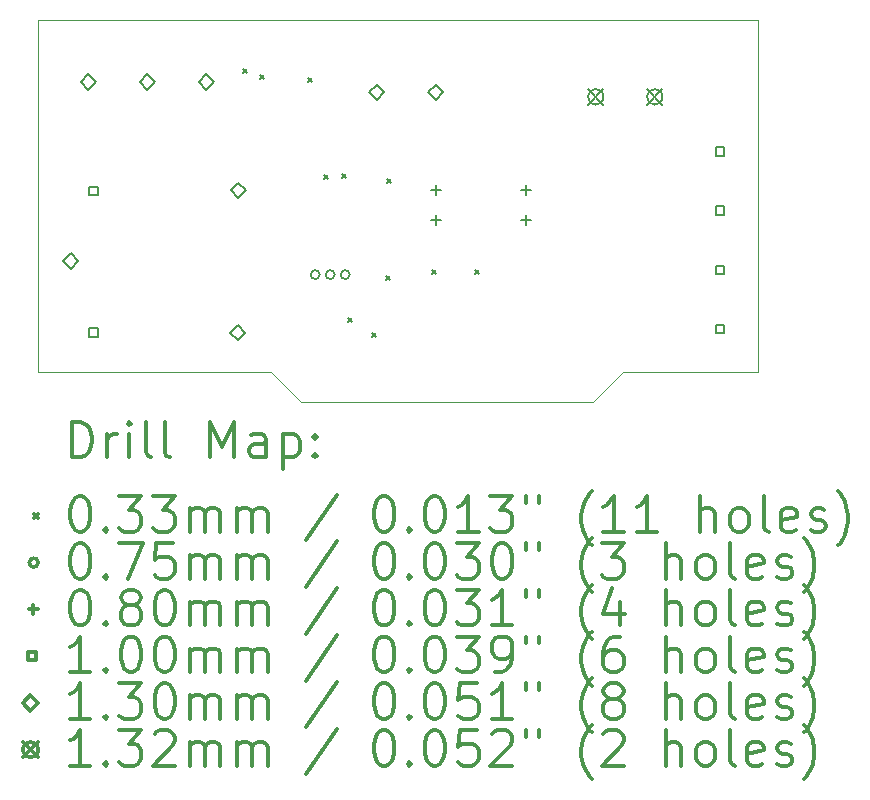
<source format=gbr>
%FSLAX45Y45*%
G04 Gerber Fmt 4.5, Leading zero omitted, Abs format (unit mm)*
G04 Created by KiCad (PCBNEW (5.1.2)-1) date 2019-07-04 14:52:44*
%MOMM*%
%LPD*%
G04 APERTURE LIST*
%ADD10C,0.050000*%
%ADD11C,0.200000*%
%ADD12C,0.300000*%
G04 APERTURE END LIST*
D10*
X15227300Y-6578600D02*
X15227300Y-9563100D01*
X9131300Y-9563100D02*
X9131300Y-6578600D01*
X11099800Y-9563100D02*
X9131300Y-9563100D01*
X11353800Y-9817100D02*
X11099800Y-9563100D01*
X13830300Y-9817100D02*
X11353800Y-9817100D01*
X14084300Y-9563100D02*
X13830300Y-9817100D01*
X15227300Y-9563100D02*
X14084300Y-9563100D01*
X9131300Y-6578600D02*
X15227300Y-6578600D01*
D11*
X10867390Y-6993890D02*
X10900410Y-7026910D01*
X10900410Y-6993890D02*
X10867390Y-7026910D01*
X11007090Y-7051040D02*
X11040110Y-7084060D01*
X11040110Y-7051040D02*
X11007090Y-7084060D01*
X11413490Y-7076440D02*
X11446510Y-7109460D01*
X11446510Y-7076440D02*
X11413490Y-7109460D01*
X11553190Y-7895590D02*
X11586210Y-7928610D01*
X11586210Y-7895590D02*
X11553190Y-7928610D01*
X11699240Y-7889240D02*
X11732260Y-7922260D01*
X11732260Y-7889240D02*
X11699240Y-7922260D01*
X11756390Y-9108440D02*
X11789410Y-9141460D01*
X11789410Y-9108440D02*
X11756390Y-9141460D01*
X11959590Y-9229091D02*
X11992610Y-9262111D01*
X11992610Y-9229091D02*
X11959590Y-9262111D01*
X12073890Y-8746490D02*
X12106910Y-8779510D01*
X12106910Y-8746490D02*
X12073890Y-8779510D01*
X12086590Y-7927340D02*
X12119610Y-7960360D01*
X12119610Y-7927340D02*
X12086590Y-7960360D01*
X12467590Y-8702040D02*
X12500610Y-8735060D01*
X12500610Y-8702040D02*
X12467590Y-8735060D01*
X12829540Y-8695690D02*
X12862560Y-8728710D01*
X12862560Y-8695690D02*
X12829540Y-8728710D01*
X11511950Y-8737600D02*
G75*
G03X11511950Y-8737600I-37500J0D01*
G01*
X11638950Y-8737600D02*
G75*
G03X11638950Y-8737600I-37500J0D01*
G01*
X11765950Y-8737600D02*
G75*
G03X11765950Y-8737600I-37500J0D01*
G01*
X12496800Y-7980050D02*
X12496800Y-8060050D01*
X12456800Y-8020050D02*
X12536800Y-8020050D01*
X12496800Y-8234050D02*
X12496800Y-8314050D01*
X12456800Y-8274050D02*
X12536800Y-8274050D01*
X13258800Y-7980050D02*
X13258800Y-8060050D01*
X13218800Y-8020050D02*
X13298800Y-8020050D01*
X13258800Y-8234050D02*
X13258800Y-8314050D01*
X13218800Y-8274050D02*
X13298800Y-8274050D01*
X14938806Y-7731556D02*
X14938806Y-7660844D01*
X14868094Y-7660844D01*
X14868094Y-7731556D01*
X14938806Y-7731556D01*
X14938806Y-8231556D02*
X14938806Y-8160844D01*
X14868094Y-8160844D01*
X14868094Y-8231556D01*
X14938806Y-8231556D01*
X14938806Y-8731556D02*
X14938806Y-8660844D01*
X14868094Y-8660844D01*
X14868094Y-8731556D01*
X14938806Y-8731556D01*
X14938806Y-9231556D02*
X14938806Y-9160844D01*
X14868094Y-9160844D01*
X14868094Y-9231556D01*
X14938806Y-9231556D01*
X9634706Y-8063656D02*
X9634706Y-7992944D01*
X9563994Y-7992944D01*
X9563994Y-8063656D01*
X9634706Y-8063656D01*
X9634706Y-9263656D02*
X9634706Y-9192944D01*
X9563994Y-9192944D01*
X9563994Y-9263656D01*
X9634706Y-9263656D01*
X11995150Y-7259550D02*
X12060150Y-7194550D01*
X11995150Y-7129550D01*
X11930150Y-7194550D01*
X11995150Y-7259550D01*
X12495150Y-7259550D02*
X12560150Y-7194550D01*
X12495150Y-7129550D01*
X12430150Y-7194550D01*
X12495150Y-7259550D01*
X9404350Y-8688300D02*
X9469350Y-8623300D01*
X9404350Y-8558300D01*
X9339350Y-8623300D01*
X9404350Y-8688300D01*
X10819350Y-9293300D02*
X10884350Y-9228300D01*
X10819350Y-9163300D01*
X10754350Y-9228300D01*
X10819350Y-9293300D01*
X10824350Y-8088300D02*
X10889350Y-8023300D01*
X10824350Y-7958300D01*
X10759350Y-8023300D01*
X10824350Y-8088300D01*
X9553700Y-7170650D02*
X9618700Y-7105650D01*
X9553700Y-7040650D01*
X9488700Y-7105650D01*
X9553700Y-7170650D01*
X10053700Y-7170650D02*
X10118700Y-7105650D01*
X10053700Y-7040650D01*
X9988700Y-7105650D01*
X10053700Y-7170650D01*
X10553700Y-7170650D02*
X10618700Y-7105650D01*
X10553700Y-7040650D01*
X10488700Y-7105650D01*
X10553700Y-7170650D01*
X13783350Y-7166650D02*
X13915350Y-7298650D01*
X13915350Y-7166650D02*
X13783350Y-7298650D01*
X13915350Y-7232650D02*
G75*
G03X13915350Y-7232650I-66000J0D01*
G01*
X14283350Y-7166650D02*
X14415350Y-7298650D01*
X14415350Y-7166650D02*
X14283350Y-7298650D01*
X14415350Y-7232650D02*
G75*
G03X14415350Y-7232650I-66000J0D01*
G01*
D12*
X9415228Y-10285314D02*
X9415228Y-9985314D01*
X9486657Y-9985314D01*
X9529514Y-9999600D01*
X9558086Y-10028172D01*
X9572371Y-10056743D01*
X9586657Y-10113886D01*
X9586657Y-10156743D01*
X9572371Y-10213886D01*
X9558086Y-10242457D01*
X9529514Y-10271029D01*
X9486657Y-10285314D01*
X9415228Y-10285314D01*
X9715228Y-10285314D02*
X9715228Y-10085314D01*
X9715228Y-10142457D02*
X9729514Y-10113886D01*
X9743800Y-10099600D01*
X9772371Y-10085314D01*
X9800943Y-10085314D01*
X9900943Y-10285314D02*
X9900943Y-10085314D01*
X9900943Y-9985314D02*
X9886657Y-9999600D01*
X9900943Y-10013886D01*
X9915228Y-9999600D01*
X9900943Y-9985314D01*
X9900943Y-10013886D01*
X10086657Y-10285314D02*
X10058086Y-10271029D01*
X10043800Y-10242457D01*
X10043800Y-9985314D01*
X10243800Y-10285314D02*
X10215228Y-10271029D01*
X10200943Y-10242457D01*
X10200943Y-9985314D01*
X10586657Y-10285314D02*
X10586657Y-9985314D01*
X10686657Y-10199600D01*
X10786657Y-9985314D01*
X10786657Y-10285314D01*
X11058086Y-10285314D02*
X11058086Y-10128172D01*
X11043800Y-10099600D01*
X11015228Y-10085314D01*
X10958086Y-10085314D01*
X10929514Y-10099600D01*
X11058086Y-10271029D02*
X11029514Y-10285314D01*
X10958086Y-10285314D01*
X10929514Y-10271029D01*
X10915228Y-10242457D01*
X10915228Y-10213886D01*
X10929514Y-10185314D01*
X10958086Y-10171029D01*
X11029514Y-10171029D01*
X11058086Y-10156743D01*
X11200943Y-10085314D02*
X11200943Y-10385314D01*
X11200943Y-10099600D02*
X11229514Y-10085314D01*
X11286657Y-10085314D01*
X11315228Y-10099600D01*
X11329514Y-10113886D01*
X11343800Y-10142457D01*
X11343800Y-10228172D01*
X11329514Y-10256743D01*
X11315228Y-10271029D01*
X11286657Y-10285314D01*
X11229514Y-10285314D01*
X11200943Y-10271029D01*
X11472371Y-10256743D02*
X11486657Y-10271029D01*
X11472371Y-10285314D01*
X11458086Y-10271029D01*
X11472371Y-10256743D01*
X11472371Y-10285314D01*
X11472371Y-10099600D02*
X11486657Y-10113886D01*
X11472371Y-10128172D01*
X11458086Y-10113886D01*
X11472371Y-10099600D01*
X11472371Y-10128172D01*
X9095780Y-10763090D02*
X9128800Y-10796110D01*
X9128800Y-10763090D02*
X9095780Y-10796110D01*
X9472371Y-10615314D02*
X9500943Y-10615314D01*
X9529514Y-10629600D01*
X9543800Y-10643886D01*
X9558086Y-10672457D01*
X9572371Y-10729600D01*
X9572371Y-10801029D01*
X9558086Y-10858172D01*
X9543800Y-10886743D01*
X9529514Y-10901029D01*
X9500943Y-10915314D01*
X9472371Y-10915314D01*
X9443800Y-10901029D01*
X9429514Y-10886743D01*
X9415228Y-10858172D01*
X9400943Y-10801029D01*
X9400943Y-10729600D01*
X9415228Y-10672457D01*
X9429514Y-10643886D01*
X9443800Y-10629600D01*
X9472371Y-10615314D01*
X9700943Y-10886743D02*
X9715228Y-10901029D01*
X9700943Y-10915314D01*
X9686657Y-10901029D01*
X9700943Y-10886743D01*
X9700943Y-10915314D01*
X9815228Y-10615314D02*
X10000943Y-10615314D01*
X9900943Y-10729600D01*
X9943800Y-10729600D01*
X9972371Y-10743886D01*
X9986657Y-10758172D01*
X10000943Y-10786743D01*
X10000943Y-10858172D01*
X9986657Y-10886743D01*
X9972371Y-10901029D01*
X9943800Y-10915314D01*
X9858086Y-10915314D01*
X9829514Y-10901029D01*
X9815228Y-10886743D01*
X10100943Y-10615314D02*
X10286657Y-10615314D01*
X10186657Y-10729600D01*
X10229514Y-10729600D01*
X10258086Y-10743886D01*
X10272371Y-10758172D01*
X10286657Y-10786743D01*
X10286657Y-10858172D01*
X10272371Y-10886743D01*
X10258086Y-10901029D01*
X10229514Y-10915314D01*
X10143800Y-10915314D01*
X10115228Y-10901029D01*
X10100943Y-10886743D01*
X10415228Y-10915314D02*
X10415228Y-10715314D01*
X10415228Y-10743886D02*
X10429514Y-10729600D01*
X10458086Y-10715314D01*
X10500943Y-10715314D01*
X10529514Y-10729600D01*
X10543800Y-10758172D01*
X10543800Y-10915314D01*
X10543800Y-10758172D02*
X10558086Y-10729600D01*
X10586657Y-10715314D01*
X10629514Y-10715314D01*
X10658086Y-10729600D01*
X10672371Y-10758172D01*
X10672371Y-10915314D01*
X10815228Y-10915314D02*
X10815228Y-10715314D01*
X10815228Y-10743886D02*
X10829514Y-10729600D01*
X10858086Y-10715314D01*
X10900943Y-10715314D01*
X10929514Y-10729600D01*
X10943800Y-10758172D01*
X10943800Y-10915314D01*
X10943800Y-10758172D02*
X10958086Y-10729600D01*
X10986657Y-10715314D01*
X11029514Y-10715314D01*
X11058086Y-10729600D01*
X11072371Y-10758172D01*
X11072371Y-10915314D01*
X11658086Y-10601029D02*
X11400943Y-10986743D01*
X12043800Y-10615314D02*
X12072371Y-10615314D01*
X12100943Y-10629600D01*
X12115228Y-10643886D01*
X12129514Y-10672457D01*
X12143800Y-10729600D01*
X12143800Y-10801029D01*
X12129514Y-10858172D01*
X12115228Y-10886743D01*
X12100943Y-10901029D01*
X12072371Y-10915314D01*
X12043800Y-10915314D01*
X12015228Y-10901029D01*
X12000943Y-10886743D01*
X11986657Y-10858172D01*
X11972371Y-10801029D01*
X11972371Y-10729600D01*
X11986657Y-10672457D01*
X12000943Y-10643886D01*
X12015228Y-10629600D01*
X12043800Y-10615314D01*
X12272371Y-10886743D02*
X12286657Y-10901029D01*
X12272371Y-10915314D01*
X12258086Y-10901029D01*
X12272371Y-10886743D01*
X12272371Y-10915314D01*
X12472371Y-10615314D02*
X12500943Y-10615314D01*
X12529514Y-10629600D01*
X12543800Y-10643886D01*
X12558086Y-10672457D01*
X12572371Y-10729600D01*
X12572371Y-10801029D01*
X12558086Y-10858172D01*
X12543800Y-10886743D01*
X12529514Y-10901029D01*
X12500943Y-10915314D01*
X12472371Y-10915314D01*
X12443800Y-10901029D01*
X12429514Y-10886743D01*
X12415228Y-10858172D01*
X12400943Y-10801029D01*
X12400943Y-10729600D01*
X12415228Y-10672457D01*
X12429514Y-10643886D01*
X12443800Y-10629600D01*
X12472371Y-10615314D01*
X12858086Y-10915314D02*
X12686657Y-10915314D01*
X12772371Y-10915314D02*
X12772371Y-10615314D01*
X12743800Y-10658172D01*
X12715228Y-10686743D01*
X12686657Y-10701029D01*
X12958086Y-10615314D02*
X13143800Y-10615314D01*
X13043800Y-10729600D01*
X13086657Y-10729600D01*
X13115228Y-10743886D01*
X13129514Y-10758172D01*
X13143800Y-10786743D01*
X13143800Y-10858172D01*
X13129514Y-10886743D01*
X13115228Y-10901029D01*
X13086657Y-10915314D01*
X13000943Y-10915314D01*
X12972371Y-10901029D01*
X12958086Y-10886743D01*
X13258086Y-10615314D02*
X13258086Y-10672457D01*
X13372371Y-10615314D02*
X13372371Y-10672457D01*
X13815228Y-11029600D02*
X13800943Y-11015314D01*
X13772371Y-10972457D01*
X13758086Y-10943886D01*
X13743800Y-10901029D01*
X13729514Y-10829600D01*
X13729514Y-10772457D01*
X13743800Y-10701029D01*
X13758086Y-10658172D01*
X13772371Y-10629600D01*
X13800943Y-10586743D01*
X13815228Y-10572457D01*
X14086657Y-10915314D02*
X13915228Y-10915314D01*
X14000943Y-10915314D02*
X14000943Y-10615314D01*
X13972371Y-10658172D01*
X13943800Y-10686743D01*
X13915228Y-10701029D01*
X14372371Y-10915314D02*
X14200943Y-10915314D01*
X14286657Y-10915314D02*
X14286657Y-10615314D01*
X14258086Y-10658172D01*
X14229514Y-10686743D01*
X14200943Y-10701029D01*
X14729514Y-10915314D02*
X14729514Y-10615314D01*
X14858086Y-10915314D02*
X14858086Y-10758172D01*
X14843800Y-10729600D01*
X14815228Y-10715314D01*
X14772371Y-10715314D01*
X14743800Y-10729600D01*
X14729514Y-10743886D01*
X15043800Y-10915314D02*
X15015228Y-10901029D01*
X15000943Y-10886743D01*
X14986657Y-10858172D01*
X14986657Y-10772457D01*
X15000943Y-10743886D01*
X15015228Y-10729600D01*
X15043800Y-10715314D01*
X15086657Y-10715314D01*
X15115228Y-10729600D01*
X15129514Y-10743886D01*
X15143800Y-10772457D01*
X15143800Y-10858172D01*
X15129514Y-10886743D01*
X15115228Y-10901029D01*
X15086657Y-10915314D01*
X15043800Y-10915314D01*
X15315228Y-10915314D02*
X15286657Y-10901029D01*
X15272371Y-10872457D01*
X15272371Y-10615314D01*
X15543800Y-10901029D02*
X15515228Y-10915314D01*
X15458086Y-10915314D01*
X15429514Y-10901029D01*
X15415228Y-10872457D01*
X15415228Y-10758172D01*
X15429514Y-10729600D01*
X15458086Y-10715314D01*
X15515228Y-10715314D01*
X15543800Y-10729600D01*
X15558086Y-10758172D01*
X15558086Y-10786743D01*
X15415228Y-10815314D01*
X15672371Y-10901029D02*
X15700943Y-10915314D01*
X15758086Y-10915314D01*
X15786657Y-10901029D01*
X15800943Y-10872457D01*
X15800943Y-10858172D01*
X15786657Y-10829600D01*
X15758086Y-10815314D01*
X15715228Y-10815314D01*
X15686657Y-10801029D01*
X15672371Y-10772457D01*
X15672371Y-10758172D01*
X15686657Y-10729600D01*
X15715228Y-10715314D01*
X15758086Y-10715314D01*
X15786657Y-10729600D01*
X15900943Y-11029600D02*
X15915228Y-11015314D01*
X15943800Y-10972457D01*
X15958086Y-10943886D01*
X15972371Y-10901029D01*
X15986657Y-10829600D01*
X15986657Y-10772457D01*
X15972371Y-10701029D01*
X15958086Y-10658172D01*
X15943800Y-10629600D01*
X15915228Y-10586743D01*
X15900943Y-10572457D01*
X9128800Y-11175600D02*
G75*
G03X9128800Y-11175600I-37500J0D01*
G01*
X9472371Y-11011314D02*
X9500943Y-11011314D01*
X9529514Y-11025600D01*
X9543800Y-11039886D01*
X9558086Y-11068457D01*
X9572371Y-11125600D01*
X9572371Y-11197029D01*
X9558086Y-11254171D01*
X9543800Y-11282743D01*
X9529514Y-11297029D01*
X9500943Y-11311314D01*
X9472371Y-11311314D01*
X9443800Y-11297029D01*
X9429514Y-11282743D01*
X9415228Y-11254171D01*
X9400943Y-11197029D01*
X9400943Y-11125600D01*
X9415228Y-11068457D01*
X9429514Y-11039886D01*
X9443800Y-11025600D01*
X9472371Y-11011314D01*
X9700943Y-11282743D02*
X9715228Y-11297029D01*
X9700943Y-11311314D01*
X9686657Y-11297029D01*
X9700943Y-11282743D01*
X9700943Y-11311314D01*
X9815228Y-11011314D02*
X10015228Y-11011314D01*
X9886657Y-11311314D01*
X10272371Y-11011314D02*
X10129514Y-11011314D01*
X10115228Y-11154172D01*
X10129514Y-11139886D01*
X10158086Y-11125600D01*
X10229514Y-11125600D01*
X10258086Y-11139886D01*
X10272371Y-11154172D01*
X10286657Y-11182743D01*
X10286657Y-11254171D01*
X10272371Y-11282743D01*
X10258086Y-11297029D01*
X10229514Y-11311314D01*
X10158086Y-11311314D01*
X10129514Y-11297029D01*
X10115228Y-11282743D01*
X10415228Y-11311314D02*
X10415228Y-11111314D01*
X10415228Y-11139886D02*
X10429514Y-11125600D01*
X10458086Y-11111314D01*
X10500943Y-11111314D01*
X10529514Y-11125600D01*
X10543800Y-11154172D01*
X10543800Y-11311314D01*
X10543800Y-11154172D02*
X10558086Y-11125600D01*
X10586657Y-11111314D01*
X10629514Y-11111314D01*
X10658086Y-11125600D01*
X10672371Y-11154172D01*
X10672371Y-11311314D01*
X10815228Y-11311314D02*
X10815228Y-11111314D01*
X10815228Y-11139886D02*
X10829514Y-11125600D01*
X10858086Y-11111314D01*
X10900943Y-11111314D01*
X10929514Y-11125600D01*
X10943800Y-11154172D01*
X10943800Y-11311314D01*
X10943800Y-11154172D02*
X10958086Y-11125600D01*
X10986657Y-11111314D01*
X11029514Y-11111314D01*
X11058086Y-11125600D01*
X11072371Y-11154172D01*
X11072371Y-11311314D01*
X11658086Y-10997029D02*
X11400943Y-11382743D01*
X12043800Y-11011314D02*
X12072371Y-11011314D01*
X12100943Y-11025600D01*
X12115228Y-11039886D01*
X12129514Y-11068457D01*
X12143800Y-11125600D01*
X12143800Y-11197029D01*
X12129514Y-11254171D01*
X12115228Y-11282743D01*
X12100943Y-11297029D01*
X12072371Y-11311314D01*
X12043800Y-11311314D01*
X12015228Y-11297029D01*
X12000943Y-11282743D01*
X11986657Y-11254171D01*
X11972371Y-11197029D01*
X11972371Y-11125600D01*
X11986657Y-11068457D01*
X12000943Y-11039886D01*
X12015228Y-11025600D01*
X12043800Y-11011314D01*
X12272371Y-11282743D02*
X12286657Y-11297029D01*
X12272371Y-11311314D01*
X12258086Y-11297029D01*
X12272371Y-11282743D01*
X12272371Y-11311314D01*
X12472371Y-11011314D02*
X12500943Y-11011314D01*
X12529514Y-11025600D01*
X12543800Y-11039886D01*
X12558086Y-11068457D01*
X12572371Y-11125600D01*
X12572371Y-11197029D01*
X12558086Y-11254171D01*
X12543800Y-11282743D01*
X12529514Y-11297029D01*
X12500943Y-11311314D01*
X12472371Y-11311314D01*
X12443800Y-11297029D01*
X12429514Y-11282743D01*
X12415228Y-11254171D01*
X12400943Y-11197029D01*
X12400943Y-11125600D01*
X12415228Y-11068457D01*
X12429514Y-11039886D01*
X12443800Y-11025600D01*
X12472371Y-11011314D01*
X12672371Y-11011314D02*
X12858086Y-11011314D01*
X12758086Y-11125600D01*
X12800943Y-11125600D01*
X12829514Y-11139886D01*
X12843800Y-11154172D01*
X12858086Y-11182743D01*
X12858086Y-11254171D01*
X12843800Y-11282743D01*
X12829514Y-11297029D01*
X12800943Y-11311314D01*
X12715228Y-11311314D01*
X12686657Y-11297029D01*
X12672371Y-11282743D01*
X13043800Y-11011314D02*
X13072371Y-11011314D01*
X13100943Y-11025600D01*
X13115228Y-11039886D01*
X13129514Y-11068457D01*
X13143800Y-11125600D01*
X13143800Y-11197029D01*
X13129514Y-11254171D01*
X13115228Y-11282743D01*
X13100943Y-11297029D01*
X13072371Y-11311314D01*
X13043800Y-11311314D01*
X13015228Y-11297029D01*
X13000943Y-11282743D01*
X12986657Y-11254171D01*
X12972371Y-11197029D01*
X12972371Y-11125600D01*
X12986657Y-11068457D01*
X13000943Y-11039886D01*
X13015228Y-11025600D01*
X13043800Y-11011314D01*
X13258086Y-11011314D02*
X13258086Y-11068457D01*
X13372371Y-11011314D02*
X13372371Y-11068457D01*
X13815228Y-11425600D02*
X13800943Y-11411314D01*
X13772371Y-11368457D01*
X13758086Y-11339886D01*
X13743800Y-11297029D01*
X13729514Y-11225600D01*
X13729514Y-11168457D01*
X13743800Y-11097029D01*
X13758086Y-11054172D01*
X13772371Y-11025600D01*
X13800943Y-10982743D01*
X13815228Y-10968457D01*
X13900943Y-11011314D02*
X14086657Y-11011314D01*
X13986657Y-11125600D01*
X14029514Y-11125600D01*
X14058086Y-11139886D01*
X14072371Y-11154172D01*
X14086657Y-11182743D01*
X14086657Y-11254171D01*
X14072371Y-11282743D01*
X14058086Y-11297029D01*
X14029514Y-11311314D01*
X13943800Y-11311314D01*
X13915228Y-11297029D01*
X13900943Y-11282743D01*
X14443800Y-11311314D02*
X14443800Y-11011314D01*
X14572371Y-11311314D02*
X14572371Y-11154172D01*
X14558086Y-11125600D01*
X14529514Y-11111314D01*
X14486657Y-11111314D01*
X14458086Y-11125600D01*
X14443800Y-11139886D01*
X14758086Y-11311314D02*
X14729514Y-11297029D01*
X14715228Y-11282743D01*
X14700943Y-11254171D01*
X14700943Y-11168457D01*
X14715228Y-11139886D01*
X14729514Y-11125600D01*
X14758086Y-11111314D01*
X14800943Y-11111314D01*
X14829514Y-11125600D01*
X14843800Y-11139886D01*
X14858086Y-11168457D01*
X14858086Y-11254171D01*
X14843800Y-11282743D01*
X14829514Y-11297029D01*
X14800943Y-11311314D01*
X14758086Y-11311314D01*
X15029514Y-11311314D02*
X15000943Y-11297029D01*
X14986657Y-11268457D01*
X14986657Y-11011314D01*
X15258086Y-11297029D02*
X15229514Y-11311314D01*
X15172371Y-11311314D01*
X15143800Y-11297029D01*
X15129514Y-11268457D01*
X15129514Y-11154172D01*
X15143800Y-11125600D01*
X15172371Y-11111314D01*
X15229514Y-11111314D01*
X15258086Y-11125600D01*
X15272371Y-11154172D01*
X15272371Y-11182743D01*
X15129514Y-11211314D01*
X15386657Y-11297029D02*
X15415228Y-11311314D01*
X15472371Y-11311314D01*
X15500943Y-11297029D01*
X15515228Y-11268457D01*
X15515228Y-11254171D01*
X15500943Y-11225600D01*
X15472371Y-11211314D01*
X15429514Y-11211314D01*
X15400943Y-11197029D01*
X15386657Y-11168457D01*
X15386657Y-11154172D01*
X15400943Y-11125600D01*
X15429514Y-11111314D01*
X15472371Y-11111314D01*
X15500943Y-11125600D01*
X15615228Y-11425600D02*
X15629514Y-11411314D01*
X15658086Y-11368457D01*
X15672371Y-11339886D01*
X15686657Y-11297029D01*
X15700943Y-11225600D01*
X15700943Y-11168457D01*
X15686657Y-11097029D01*
X15672371Y-11054172D01*
X15658086Y-11025600D01*
X15629514Y-10982743D01*
X15615228Y-10968457D01*
X9088800Y-11531600D02*
X9088800Y-11611600D01*
X9048800Y-11571600D02*
X9128800Y-11571600D01*
X9472371Y-11407314D02*
X9500943Y-11407314D01*
X9529514Y-11421600D01*
X9543800Y-11435886D01*
X9558086Y-11464457D01*
X9572371Y-11521600D01*
X9572371Y-11593029D01*
X9558086Y-11650171D01*
X9543800Y-11678743D01*
X9529514Y-11693029D01*
X9500943Y-11707314D01*
X9472371Y-11707314D01*
X9443800Y-11693029D01*
X9429514Y-11678743D01*
X9415228Y-11650171D01*
X9400943Y-11593029D01*
X9400943Y-11521600D01*
X9415228Y-11464457D01*
X9429514Y-11435886D01*
X9443800Y-11421600D01*
X9472371Y-11407314D01*
X9700943Y-11678743D02*
X9715228Y-11693029D01*
X9700943Y-11707314D01*
X9686657Y-11693029D01*
X9700943Y-11678743D01*
X9700943Y-11707314D01*
X9886657Y-11535886D02*
X9858086Y-11521600D01*
X9843800Y-11507314D01*
X9829514Y-11478743D01*
X9829514Y-11464457D01*
X9843800Y-11435886D01*
X9858086Y-11421600D01*
X9886657Y-11407314D01*
X9943800Y-11407314D01*
X9972371Y-11421600D01*
X9986657Y-11435886D01*
X10000943Y-11464457D01*
X10000943Y-11478743D01*
X9986657Y-11507314D01*
X9972371Y-11521600D01*
X9943800Y-11535886D01*
X9886657Y-11535886D01*
X9858086Y-11550171D01*
X9843800Y-11564457D01*
X9829514Y-11593029D01*
X9829514Y-11650171D01*
X9843800Y-11678743D01*
X9858086Y-11693029D01*
X9886657Y-11707314D01*
X9943800Y-11707314D01*
X9972371Y-11693029D01*
X9986657Y-11678743D01*
X10000943Y-11650171D01*
X10000943Y-11593029D01*
X9986657Y-11564457D01*
X9972371Y-11550171D01*
X9943800Y-11535886D01*
X10186657Y-11407314D02*
X10215228Y-11407314D01*
X10243800Y-11421600D01*
X10258086Y-11435886D01*
X10272371Y-11464457D01*
X10286657Y-11521600D01*
X10286657Y-11593029D01*
X10272371Y-11650171D01*
X10258086Y-11678743D01*
X10243800Y-11693029D01*
X10215228Y-11707314D01*
X10186657Y-11707314D01*
X10158086Y-11693029D01*
X10143800Y-11678743D01*
X10129514Y-11650171D01*
X10115228Y-11593029D01*
X10115228Y-11521600D01*
X10129514Y-11464457D01*
X10143800Y-11435886D01*
X10158086Y-11421600D01*
X10186657Y-11407314D01*
X10415228Y-11707314D02*
X10415228Y-11507314D01*
X10415228Y-11535886D02*
X10429514Y-11521600D01*
X10458086Y-11507314D01*
X10500943Y-11507314D01*
X10529514Y-11521600D01*
X10543800Y-11550171D01*
X10543800Y-11707314D01*
X10543800Y-11550171D02*
X10558086Y-11521600D01*
X10586657Y-11507314D01*
X10629514Y-11507314D01*
X10658086Y-11521600D01*
X10672371Y-11550171D01*
X10672371Y-11707314D01*
X10815228Y-11707314D02*
X10815228Y-11507314D01*
X10815228Y-11535886D02*
X10829514Y-11521600D01*
X10858086Y-11507314D01*
X10900943Y-11507314D01*
X10929514Y-11521600D01*
X10943800Y-11550171D01*
X10943800Y-11707314D01*
X10943800Y-11550171D02*
X10958086Y-11521600D01*
X10986657Y-11507314D01*
X11029514Y-11507314D01*
X11058086Y-11521600D01*
X11072371Y-11550171D01*
X11072371Y-11707314D01*
X11658086Y-11393029D02*
X11400943Y-11778743D01*
X12043800Y-11407314D02*
X12072371Y-11407314D01*
X12100943Y-11421600D01*
X12115228Y-11435886D01*
X12129514Y-11464457D01*
X12143800Y-11521600D01*
X12143800Y-11593029D01*
X12129514Y-11650171D01*
X12115228Y-11678743D01*
X12100943Y-11693029D01*
X12072371Y-11707314D01*
X12043800Y-11707314D01*
X12015228Y-11693029D01*
X12000943Y-11678743D01*
X11986657Y-11650171D01*
X11972371Y-11593029D01*
X11972371Y-11521600D01*
X11986657Y-11464457D01*
X12000943Y-11435886D01*
X12015228Y-11421600D01*
X12043800Y-11407314D01*
X12272371Y-11678743D02*
X12286657Y-11693029D01*
X12272371Y-11707314D01*
X12258086Y-11693029D01*
X12272371Y-11678743D01*
X12272371Y-11707314D01*
X12472371Y-11407314D02*
X12500943Y-11407314D01*
X12529514Y-11421600D01*
X12543800Y-11435886D01*
X12558086Y-11464457D01*
X12572371Y-11521600D01*
X12572371Y-11593029D01*
X12558086Y-11650171D01*
X12543800Y-11678743D01*
X12529514Y-11693029D01*
X12500943Y-11707314D01*
X12472371Y-11707314D01*
X12443800Y-11693029D01*
X12429514Y-11678743D01*
X12415228Y-11650171D01*
X12400943Y-11593029D01*
X12400943Y-11521600D01*
X12415228Y-11464457D01*
X12429514Y-11435886D01*
X12443800Y-11421600D01*
X12472371Y-11407314D01*
X12672371Y-11407314D02*
X12858086Y-11407314D01*
X12758086Y-11521600D01*
X12800943Y-11521600D01*
X12829514Y-11535886D01*
X12843800Y-11550171D01*
X12858086Y-11578743D01*
X12858086Y-11650171D01*
X12843800Y-11678743D01*
X12829514Y-11693029D01*
X12800943Y-11707314D01*
X12715228Y-11707314D01*
X12686657Y-11693029D01*
X12672371Y-11678743D01*
X13143800Y-11707314D02*
X12972371Y-11707314D01*
X13058086Y-11707314D02*
X13058086Y-11407314D01*
X13029514Y-11450171D01*
X13000943Y-11478743D01*
X12972371Y-11493029D01*
X13258086Y-11407314D02*
X13258086Y-11464457D01*
X13372371Y-11407314D02*
X13372371Y-11464457D01*
X13815228Y-11821600D02*
X13800943Y-11807314D01*
X13772371Y-11764457D01*
X13758086Y-11735886D01*
X13743800Y-11693029D01*
X13729514Y-11621600D01*
X13729514Y-11564457D01*
X13743800Y-11493029D01*
X13758086Y-11450171D01*
X13772371Y-11421600D01*
X13800943Y-11378743D01*
X13815228Y-11364457D01*
X14058086Y-11507314D02*
X14058086Y-11707314D01*
X13986657Y-11393029D02*
X13915228Y-11607314D01*
X14100943Y-11607314D01*
X14443800Y-11707314D02*
X14443800Y-11407314D01*
X14572371Y-11707314D02*
X14572371Y-11550171D01*
X14558086Y-11521600D01*
X14529514Y-11507314D01*
X14486657Y-11507314D01*
X14458086Y-11521600D01*
X14443800Y-11535886D01*
X14758086Y-11707314D02*
X14729514Y-11693029D01*
X14715228Y-11678743D01*
X14700943Y-11650171D01*
X14700943Y-11564457D01*
X14715228Y-11535886D01*
X14729514Y-11521600D01*
X14758086Y-11507314D01*
X14800943Y-11507314D01*
X14829514Y-11521600D01*
X14843800Y-11535886D01*
X14858086Y-11564457D01*
X14858086Y-11650171D01*
X14843800Y-11678743D01*
X14829514Y-11693029D01*
X14800943Y-11707314D01*
X14758086Y-11707314D01*
X15029514Y-11707314D02*
X15000943Y-11693029D01*
X14986657Y-11664457D01*
X14986657Y-11407314D01*
X15258086Y-11693029D02*
X15229514Y-11707314D01*
X15172371Y-11707314D01*
X15143800Y-11693029D01*
X15129514Y-11664457D01*
X15129514Y-11550171D01*
X15143800Y-11521600D01*
X15172371Y-11507314D01*
X15229514Y-11507314D01*
X15258086Y-11521600D01*
X15272371Y-11550171D01*
X15272371Y-11578743D01*
X15129514Y-11607314D01*
X15386657Y-11693029D02*
X15415228Y-11707314D01*
X15472371Y-11707314D01*
X15500943Y-11693029D01*
X15515228Y-11664457D01*
X15515228Y-11650171D01*
X15500943Y-11621600D01*
X15472371Y-11607314D01*
X15429514Y-11607314D01*
X15400943Y-11593029D01*
X15386657Y-11564457D01*
X15386657Y-11550171D01*
X15400943Y-11521600D01*
X15429514Y-11507314D01*
X15472371Y-11507314D01*
X15500943Y-11521600D01*
X15615228Y-11821600D02*
X15629514Y-11807314D01*
X15658086Y-11764457D01*
X15672371Y-11735886D01*
X15686657Y-11693029D01*
X15700943Y-11621600D01*
X15700943Y-11564457D01*
X15686657Y-11493029D01*
X15672371Y-11450171D01*
X15658086Y-11421600D01*
X15629514Y-11378743D01*
X15615228Y-11364457D01*
X9114156Y-12002956D02*
X9114156Y-11932244D01*
X9043444Y-11932244D01*
X9043444Y-12002956D01*
X9114156Y-12002956D01*
X9572371Y-12103314D02*
X9400943Y-12103314D01*
X9486657Y-12103314D02*
X9486657Y-11803314D01*
X9458086Y-11846171D01*
X9429514Y-11874743D01*
X9400943Y-11889029D01*
X9700943Y-12074743D02*
X9715228Y-12089029D01*
X9700943Y-12103314D01*
X9686657Y-12089029D01*
X9700943Y-12074743D01*
X9700943Y-12103314D01*
X9900943Y-11803314D02*
X9929514Y-11803314D01*
X9958086Y-11817600D01*
X9972371Y-11831886D01*
X9986657Y-11860457D01*
X10000943Y-11917600D01*
X10000943Y-11989029D01*
X9986657Y-12046171D01*
X9972371Y-12074743D01*
X9958086Y-12089029D01*
X9929514Y-12103314D01*
X9900943Y-12103314D01*
X9872371Y-12089029D01*
X9858086Y-12074743D01*
X9843800Y-12046171D01*
X9829514Y-11989029D01*
X9829514Y-11917600D01*
X9843800Y-11860457D01*
X9858086Y-11831886D01*
X9872371Y-11817600D01*
X9900943Y-11803314D01*
X10186657Y-11803314D02*
X10215228Y-11803314D01*
X10243800Y-11817600D01*
X10258086Y-11831886D01*
X10272371Y-11860457D01*
X10286657Y-11917600D01*
X10286657Y-11989029D01*
X10272371Y-12046171D01*
X10258086Y-12074743D01*
X10243800Y-12089029D01*
X10215228Y-12103314D01*
X10186657Y-12103314D01*
X10158086Y-12089029D01*
X10143800Y-12074743D01*
X10129514Y-12046171D01*
X10115228Y-11989029D01*
X10115228Y-11917600D01*
X10129514Y-11860457D01*
X10143800Y-11831886D01*
X10158086Y-11817600D01*
X10186657Y-11803314D01*
X10415228Y-12103314D02*
X10415228Y-11903314D01*
X10415228Y-11931886D02*
X10429514Y-11917600D01*
X10458086Y-11903314D01*
X10500943Y-11903314D01*
X10529514Y-11917600D01*
X10543800Y-11946171D01*
X10543800Y-12103314D01*
X10543800Y-11946171D02*
X10558086Y-11917600D01*
X10586657Y-11903314D01*
X10629514Y-11903314D01*
X10658086Y-11917600D01*
X10672371Y-11946171D01*
X10672371Y-12103314D01*
X10815228Y-12103314D02*
X10815228Y-11903314D01*
X10815228Y-11931886D02*
X10829514Y-11917600D01*
X10858086Y-11903314D01*
X10900943Y-11903314D01*
X10929514Y-11917600D01*
X10943800Y-11946171D01*
X10943800Y-12103314D01*
X10943800Y-11946171D02*
X10958086Y-11917600D01*
X10986657Y-11903314D01*
X11029514Y-11903314D01*
X11058086Y-11917600D01*
X11072371Y-11946171D01*
X11072371Y-12103314D01*
X11658086Y-11789029D02*
X11400943Y-12174743D01*
X12043800Y-11803314D02*
X12072371Y-11803314D01*
X12100943Y-11817600D01*
X12115228Y-11831886D01*
X12129514Y-11860457D01*
X12143800Y-11917600D01*
X12143800Y-11989029D01*
X12129514Y-12046171D01*
X12115228Y-12074743D01*
X12100943Y-12089029D01*
X12072371Y-12103314D01*
X12043800Y-12103314D01*
X12015228Y-12089029D01*
X12000943Y-12074743D01*
X11986657Y-12046171D01*
X11972371Y-11989029D01*
X11972371Y-11917600D01*
X11986657Y-11860457D01*
X12000943Y-11831886D01*
X12015228Y-11817600D01*
X12043800Y-11803314D01*
X12272371Y-12074743D02*
X12286657Y-12089029D01*
X12272371Y-12103314D01*
X12258086Y-12089029D01*
X12272371Y-12074743D01*
X12272371Y-12103314D01*
X12472371Y-11803314D02*
X12500943Y-11803314D01*
X12529514Y-11817600D01*
X12543800Y-11831886D01*
X12558086Y-11860457D01*
X12572371Y-11917600D01*
X12572371Y-11989029D01*
X12558086Y-12046171D01*
X12543800Y-12074743D01*
X12529514Y-12089029D01*
X12500943Y-12103314D01*
X12472371Y-12103314D01*
X12443800Y-12089029D01*
X12429514Y-12074743D01*
X12415228Y-12046171D01*
X12400943Y-11989029D01*
X12400943Y-11917600D01*
X12415228Y-11860457D01*
X12429514Y-11831886D01*
X12443800Y-11817600D01*
X12472371Y-11803314D01*
X12672371Y-11803314D02*
X12858086Y-11803314D01*
X12758086Y-11917600D01*
X12800943Y-11917600D01*
X12829514Y-11931886D01*
X12843800Y-11946171D01*
X12858086Y-11974743D01*
X12858086Y-12046171D01*
X12843800Y-12074743D01*
X12829514Y-12089029D01*
X12800943Y-12103314D01*
X12715228Y-12103314D01*
X12686657Y-12089029D01*
X12672371Y-12074743D01*
X13000943Y-12103314D02*
X13058086Y-12103314D01*
X13086657Y-12089029D01*
X13100943Y-12074743D01*
X13129514Y-12031886D01*
X13143800Y-11974743D01*
X13143800Y-11860457D01*
X13129514Y-11831886D01*
X13115228Y-11817600D01*
X13086657Y-11803314D01*
X13029514Y-11803314D01*
X13000943Y-11817600D01*
X12986657Y-11831886D01*
X12972371Y-11860457D01*
X12972371Y-11931886D01*
X12986657Y-11960457D01*
X13000943Y-11974743D01*
X13029514Y-11989029D01*
X13086657Y-11989029D01*
X13115228Y-11974743D01*
X13129514Y-11960457D01*
X13143800Y-11931886D01*
X13258086Y-11803314D02*
X13258086Y-11860457D01*
X13372371Y-11803314D02*
X13372371Y-11860457D01*
X13815228Y-12217600D02*
X13800943Y-12203314D01*
X13772371Y-12160457D01*
X13758086Y-12131886D01*
X13743800Y-12089029D01*
X13729514Y-12017600D01*
X13729514Y-11960457D01*
X13743800Y-11889029D01*
X13758086Y-11846171D01*
X13772371Y-11817600D01*
X13800943Y-11774743D01*
X13815228Y-11760457D01*
X14058086Y-11803314D02*
X14000943Y-11803314D01*
X13972371Y-11817600D01*
X13958086Y-11831886D01*
X13929514Y-11874743D01*
X13915228Y-11931886D01*
X13915228Y-12046171D01*
X13929514Y-12074743D01*
X13943800Y-12089029D01*
X13972371Y-12103314D01*
X14029514Y-12103314D01*
X14058086Y-12089029D01*
X14072371Y-12074743D01*
X14086657Y-12046171D01*
X14086657Y-11974743D01*
X14072371Y-11946171D01*
X14058086Y-11931886D01*
X14029514Y-11917600D01*
X13972371Y-11917600D01*
X13943800Y-11931886D01*
X13929514Y-11946171D01*
X13915228Y-11974743D01*
X14443800Y-12103314D02*
X14443800Y-11803314D01*
X14572371Y-12103314D02*
X14572371Y-11946171D01*
X14558086Y-11917600D01*
X14529514Y-11903314D01*
X14486657Y-11903314D01*
X14458086Y-11917600D01*
X14443800Y-11931886D01*
X14758086Y-12103314D02*
X14729514Y-12089029D01*
X14715228Y-12074743D01*
X14700943Y-12046171D01*
X14700943Y-11960457D01*
X14715228Y-11931886D01*
X14729514Y-11917600D01*
X14758086Y-11903314D01*
X14800943Y-11903314D01*
X14829514Y-11917600D01*
X14843800Y-11931886D01*
X14858086Y-11960457D01*
X14858086Y-12046171D01*
X14843800Y-12074743D01*
X14829514Y-12089029D01*
X14800943Y-12103314D01*
X14758086Y-12103314D01*
X15029514Y-12103314D02*
X15000943Y-12089029D01*
X14986657Y-12060457D01*
X14986657Y-11803314D01*
X15258086Y-12089029D02*
X15229514Y-12103314D01*
X15172371Y-12103314D01*
X15143800Y-12089029D01*
X15129514Y-12060457D01*
X15129514Y-11946171D01*
X15143800Y-11917600D01*
X15172371Y-11903314D01*
X15229514Y-11903314D01*
X15258086Y-11917600D01*
X15272371Y-11946171D01*
X15272371Y-11974743D01*
X15129514Y-12003314D01*
X15386657Y-12089029D02*
X15415228Y-12103314D01*
X15472371Y-12103314D01*
X15500943Y-12089029D01*
X15515228Y-12060457D01*
X15515228Y-12046171D01*
X15500943Y-12017600D01*
X15472371Y-12003314D01*
X15429514Y-12003314D01*
X15400943Y-11989029D01*
X15386657Y-11960457D01*
X15386657Y-11946171D01*
X15400943Y-11917600D01*
X15429514Y-11903314D01*
X15472371Y-11903314D01*
X15500943Y-11917600D01*
X15615228Y-12217600D02*
X15629514Y-12203314D01*
X15658086Y-12160457D01*
X15672371Y-12131886D01*
X15686657Y-12089029D01*
X15700943Y-12017600D01*
X15700943Y-11960457D01*
X15686657Y-11889029D01*
X15672371Y-11846171D01*
X15658086Y-11817600D01*
X15629514Y-11774743D01*
X15615228Y-11760457D01*
X9063800Y-12428600D02*
X9128800Y-12363600D01*
X9063800Y-12298600D01*
X8998800Y-12363600D01*
X9063800Y-12428600D01*
X9572371Y-12499314D02*
X9400943Y-12499314D01*
X9486657Y-12499314D02*
X9486657Y-12199314D01*
X9458086Y-12242171D01*
X9429514Y-12270743D01*
X9400943Y-12285029D01*
X9700943Y-12470743D02*
X9715228Y-12485029D01*
X9700943Y-12499314D01*
X9686657Y-12485029D01*
X9700943Y-12470743D01*
X9700943Y-12499314D01*
X9815228Y-12199314D02*
X10000943Y-12199314D01*
X9900943Y-12313600D01*
X9943800Y-12313600D01*
X9972371Y-12327886D01*
X9986657Y-12342171D01*
X10000943Y-12370743D01*
X10000943Y-12442171D01*
X9986657Y-12470743D01*
X9972371Y-12485029D01*
X9943800Y-12499314D01*
X9858086Y-12499314D01*
X9829514Y-12485029D01*
X9815228Y-12470743D01*
X10186657Y-12199314D02*
X10215228Y-12199314D01*
X10243800Y-12213600D01*
X10258086Y-12227886D01*
X10272371Y-12256457D01*
X10286657Y-12313600D01*
X10286657Y-12385029D01*
X10272371Y-12442171D01*
X10258086Y-12470743D01*
X10243800Y-12485029D01*
X10215228Y-12499314D01*
X10186657Y-12499314D01*
X10158086Y-12485029D01*
X10143800Y-12470743D01*
X10129514Y-12442171D01*
X10115228Y-12385029D01*
X10115228Y-12313600D01*
X10129514Y-12256457D01*
X10143800Y-12227886D01*
X10158086Y-12213600D01*
X10186657Y-12199314D01*
X10415228Y-12499314D02*
X10415228Y-12299314D01*
X10415228Y-12327886D02*
X10429514Y-12313600D01*
X10458086Y-12299314D01*
X10500943Y-12299314D01*
X10529514Y-12313600D01*
X10543800Y-12342171D01*
X10543800Y-12499314D01*
X10543800Y-12342171D02*
X10558086Y-12313600D01*
X10586657Y-12299314D01*
X10629514Y-12299314D01*
X10658086Y-12313600D01*
X10672371Y-12342171D01*
X10672371Y-12499314D01*
X10815228Y-12499314D02*
X10815228Y-12299314D01*
X10815228Y-12327886D02*
X10829514Y-12313600D01*
X10858086Y-12299314D01*
X10900943Y-12299314D01*
X10929514Y-12313600D01*
X10943800Y-12342171D01*
X10943800Y-12499314D01*
X10943800Y-12342171D02*
X10958086Y-12313600D01*
X10986657Y-12299314D01*
X11029514Y-12299314D01*
X11058086Y-12313600D01*
X11072371Y-12342171D01*
X11072371Y-12499314D01*
X11658086Y-12185029D02*
X11400943Y-12570743D01*
X12043800Y-12199314D02*
X12072371Y-12199314D01*
X12100943Y-12213600D01*
X12115228Y-12227886D01*
X12129514Y-12256457D01*
X12143800Y-12313600D01*
X12143800Y-12385029D01*
X12129514Y-12442171D01*
X12115228Y-12470743D01*
X12100943Y-12485029D01*
X12072371Y-12499314D01*
X12043800Y-12499314D01*
X12015228Y-12485029D01*
X12000943Y-12470743D01*
X11986657Y-12442171D01*
X11972371Y-12385029D01*
X11972371Y-12313600D01*
X11986657Y-12256457D01*
X12000943Y-12227886D01*
X12015228Y-12213600D01*
X12043800Y-12199314D01*
X12272371Y-12470743D02*
X12286657Y-12485029D01*
X12272371Y-12499314D01*
X12258086Y-12485029D01*
X12272371Y-12470743D01*
X12272371Y-12499314D01*
X12472371Y-12199314D02*
X12500943Y-12199314D01*
X12529514Y-12213600D01*
X12543800Y-12227886D01*
X12558086Y-12256457D01*
X12572371Y-12313600D01*
X12572371Y-12385029D01*
X12558086Y-12442171D01*
X12543800Y-12470743D01*
X12529514Y-12485029D01*
X12500943Y-12499314D01*
X12472371Y-12499314D01*
X12443800Y-12485029D01*
X12429514Y-12470743D01*
X12415228Y-12442171D01*
X12400943Y-12385029D01*
X12400943Y-12313600D01*
X12415228Y-12256457D01*
X12429514Y-12227886D01*
X12443800Y-12213600D01*
X12472371Y-12199314D01*
X12843800Y-12199314D02*
X12700943Y-12199314D01*
X12686657Y-12342171D01*
X12700943Y-12327886D01*
X12729514Y-12313600D01*
X12800943Y-12313600D01*
X12829514Y-12327886D01*
X12843800Y-12342171D01*
X12858086Y-12370743D01*
X12858086Y-12442171D01*
X12843800Y-12470743D01*
X12829514Y-12485029D01*
X12800943Y-12499314D01*
X12729514Y-12499314D01*
X12700943Y-12485029D01*
X12686657Y-12470743D01*
X13143800Y-12499314D02*
X12972371Y-12499314D01*
X13058086Y-12499314D02*
X13058086Y-12199314D01*
X13029514Y-12242171D01*
X13000943Y-12270743D01*
X12972371Y-12285029D01*
X13258086Y-12199314D02*
X13258086Y-12256457D01*
X13372371Y-12199314D02*
X13372371Y-12256457D01*
X13815228Y-12613600D02*
X13800943Y-12599314D01*
X13772371Y-12556457D01*
X13758086Y-12527886D01*
X13743800Y-12485029D01*
X13729514Y-12413600D01*
X13729514Y-12356457D01*
X13743800Y-12285029D01*
X13758086Y-12242171D01*
X13772371Y-12213600D01*
X13800943Y-12170743D01*
X13815228Y-12156457D01*
X13972371Y-12327886D02*
X13943800Y-12313600D01*
X13929514Y-12299314D01*
X13915228Y-12270743D01*
X13915228Y-12256457D01*
X13929514Y-12227886D01*
X13943800Y-12213600D01*
X13972371Y-12199314D01*
X14029514Y-12199314D01*
X14058086Y-12213600D01*
X14072371Y-12227886D01*
X14086657Y-12256457D01*
X14086657Y-12270743D01*
X14072371Y-12299314D01*
X14058086Y-12313600D01*
X14029514Y-12327886D01*
X13972371Y-12327886D01*
X13943800Y-12342171D01*
X13929514Y-12356457D01*
X13915228Y-12385029D01*
X13915228Y-12442171D01*
X13929514Y-12470743D01*
X13943800Y-12485029D01*
X13972371Y-12499314D01*
X14029514Y-12499314D01*
X14058086Y-12485029D01*
X14072371Y-12470743D01*
X14086657Y-12442171D01*
X14086657Y-12385029D01*
X14072371Y-12356457D01*
X14058086Y-12342171D01*
X14029514Y-12327886D01*
X14443800Y-12499314D02*
X14443800Y-12199314D01*
X14572371Y-12499314D02*
X14572371Y-12342171D01*
X14558086Y-12313600D01*
X14529514Y-12299314D01*
X14486657Y-12299314D01*
X14458086Y-12313600D01*
X14443800Y-12327886D01*
X14758086Y-12499314D02*
X14729514Y-12485029D01*
X14715228Y-12470743D01*
X14700943Y-12442171D01*
X14700943Y-12356457D01*
X14715228Y-12327886D01*
X14729514Y-12313600D01*
X14758086Y-12299314D01*
X14800943Y-12299314D01*
X14829514Y-12313600D01*
X14843800Y-12327886D01*
X14858086Y-12356457D01*
X14858086Y-12442171D01*
X14843800Y-12470743D01*
X14829514Y-12485029D01*
X14800943Y-12499314D01*
X14758086Y-12499314D01*
X15029514Y-12499314D02*
X15000943Y-12485029D01*
X14986657Y-12456457D01*
X14986657Y-12199314D01*
X15258086Y-12485029D02*
X15229514Y-12499314D01*
X15172371Y-12499314D01*
X15143800Y-12485029D01*
X15129514Y-12456457D01*
X15129514Y-12342171D01*
X15143800Y-12313600D01*
X15172371Y-12299314D01*
X15229514Y-12299314D01*
X15258086Y-12313600D01*
X15272371Y-12342171D01*
X15272371Y-12370743D01*
X15129514Y-12399314D01*
X15386657Y-12485029D02*
X15415228Y-12499314D01*
X15472371Y-12499314D01*
X15500943Y-12485029D01*
X15515228Y-12456457D01*
X15515228Y-12442171D01*
X15500943Y-12413600D01*
X15472371Y-12399314D01*
X15429514Y-12399314D01*
X15400943Y-12385029D01*
X15386657Y-12356457D01*
X15386657Y-12342171D01*
X15400943Y-12313600D01*
X15429514Y-12299314D01*
X15472371Y-12299314D01*
X15500943Y-12313600D01*
X15615228Y-12613600D02*
X15629514Y-12599314D01*
X15658086Y-12556457D01*
X15672371Y-12527886D01*
X15686657Y-12485029D01*
X15700943Y-12413600D01*
X15700943Y-12356457D01*
X15686657Y-12285029D01*
X15672371Y-12242171D01*
X15658086Y-12213600D01*
X15629514Y-12170743D01*
X15615228Y-12156457D01*
X8996800Y-12693600D02*
X9128800Y-12825600D01*
X9128800Y-12693600D02*
X8996800Y-12825600D01*
X9128800Y-12759600D02*
G75*
G03X9128800Y-12759600I-66000J0D01*
G01*
X9572371Y-12895314D02*
X9400943Y-12895314D01*
X9486657Y-12895314D02*
X9486657Y-12595314D01*
X9458086Y-12638171D01*
X9429514Y-12666743D01*
X9400943Y-12681029D01*
X9700943Y-12866743D02*
X9715228Y-12881029D01*
X9700943Y-12895314D01*
X9686657Y-12881029D01*
X9700943Y-12866743D01*
X9700943Y-12895314D01*
X9815228Y-12595314D02*
X10000943Y-12595314D01*
X9900943Y-12709600D01*
X9943800Y-12709600D01*
X9972371Y-12723886D01*
X9986657Y-12738171D01*
X10000943Y-12766743D01*
X10000943Y-12838171D01*
X9986657Y-12866743D01*
X9972371Y-12881029D01*
X9943800Y-12895314D01*
X9858086Y-12895314D01*
X9829514Y-12881029D01*
X9815228Y-12866743D01*
X10115228Y-12623886D02*
X10129514Y-12609600D01*
X10158086Y-12595314D01*
X10229514Y-12595314D01*
X10258086Y-12609600D01*
X10272371Y-12623886D01*
X10286657Y-12652457D01*
X10286657Y-12681029D01*
X10272371Y-12723886D01*
X10100943Y-12895314D01*
X10286657Y-12895314D01*
X10415228Y-12895314D02*
X10415228Y-12695314D01*
X10415228Y-12723886D02*
X10429514Y-12709600D01*
X10458086Y-12695314D01*
X10500943Y-12695314D01*
X10529514Y-12709600D01*
X10543800Y-12738171D01*
X10543800Y-12895314D01*
X10543800Y-12738171D02*
X10558086Y-12709600D01*
X10586657Y-12695314D01*
X10629514Y-12695314D01*
X10658086Y-12709600D01*
X10672371Y-12738171D01*
X10672371Y-12895314D01*
X10815228Y-12895314D02*
X10815228Y-12695314D01*
X10815228Y-12723886D02*
X10829514Y-12709600D01*
X10858086Y-12695314D01*
X10900943Y-12695314D01*
X10929514Y-12709600D01*
X10943800Y-12738171D01*
X10943800Y-12895314D01*
X10943800Y-12738171D02*
X10958086Y-12709600D01*
X10986657Y-12695314D01*
X11029514Y-12695314D01*
X11058086Y-12709600D01*
X11072371Y-12738171D01*
X11072371Y-12895314D01*
X11658086Y-12581029D02*
X11400943Y-12966743D01*
X12043800Y-12595314D02*
X12072371Y-12595314D01*
X12100943Y-12609600D01*
X12115228Y-12623886D01*
X12129514Y-12652457D01*
X12143800Y-12709600D01*
X12143800Y-12781029D01*
X12129514Y-12838171D01*
X12115228Y-12866743D01*
X12100943Y-12881029D01*
X12072371Y-12895314D01*
X12043800Y-12895314D01*
X12015228Y-12881029D01*
X12000943Y-12866743D01*
X11986657Y-12838171D01*
X11972371Y-12781029D01*
X11972371Y-12709600D01*
X11986657Y-12652457D01*
X12000943Y-12623886D01*
X12015228Y-12609600D01*
X12043800Y-12595314D01*
X12272371Y-12866743D02*
X12286657Y-12881029D01*
X12272371Y-12895314D01*
X12258086Y-12881029D01*
X12272371Y-12866743D01*
X12272371Y-12895314D01*
X12472371Y-12595314D02*
X12500943Y-12595314D01*
X12529514Y-12609600D01*
X12543800Y-12623886D01*
X12558086Y-12652457D01*
X12572371Y-12709600D01*
X12572371Y-12781029D01*
X12558086Y-12838171D01*
X12543800Y-12866743D01*
X12529514Y-12881029D01*
X12500943Y-12895314D01*
X12472371Y-12895314D01*
X12443800Y-12881029D01*
X12429514Y-12866743D01*
X12415228Y-12838171D01*
X12400943Y-12781029D01*
X12400943Y-12709600D01*
X12415228Y-12652457D01*
X12429514Y-12623886D01*
X12443800Y-12609600D01*
X12472371Y-12595314D01*
X12843800Y-12595314D02*
X12700943Y-12595314D01*
X12686657Y-12738171D01*
X12700943Y-12723886D01*
X12729514Y-12709600D01*
X12800943Y-12709600D01*
X12829514Y-12723886D01*
X12843800Y-12738171D01*
X12858086Y-12766743D01*
X12858086Y-12838171D01*
X12843800Y-12866743D01*
X12829514Y-12881029D01*
X12800943Y-12895314D01*
X12729514Y-12895314D01*
X12700943Y-12881029D01*
X12686657Y-12866743D01*
X12972371Y-12623886D02*
X12986657Y-12609600D01*
X13015228Y-12595314D01*
X13086657Y-12595314D01*
X13115228Y-12609600D01*
X13129514Y-12623886D01*
X13143800Y-12652457D01*
X13143800Y-12681029D01*
X13129514Y-12723886D01*
X12958086Y-12895314D01*
X13143800Y-12895314D01*
X13258086Y-12595314D02*
X13258086Y-12652457D01*
X13372371Y-12595314D02*
X13372371Y-12652457D01*
X13815228Y-13009600D02*
X13800943Y-12995314D01*
X13772371Y-12952457D01*
X13758086Y-12923886D01*
X13743800Y-12881029D01*
X13729514Y-12809600D01*
X13729514Y-12752457D01*
X13743800Y-12681029D01*
X13758086Y-12638171D01*
X13772371Y-12609600D01*
X13800943Y-12566743D01*
X13815228Y-12552457D01*
X13915228Y-12623886D02*
X13929514Y-12609600D01*
X13958086Y-12595314D01*
X14029514Y-12595314D01*
X14058086Y-12609600D01*
X14072371Y-12623886D01*
X14086657Y-12652457D01*
X14086657Y-12681029D01*
X14072371Y-12723886D01*
X13900943Y-12895314D01*
X14086657Y-12895314D01*
X14443800Y-12895314D02*
X14443800Y-12595314D01*
X14572371Y-12895314D02*
X14572371Y-12738171D01*
X14558086Y-12709600D01*
X14529514Y-12695314D01*
X14486657Y-12695314D01*
X14458086Y-12709600D01*
X14443800Y-12723886D01*
X14758086Y-12895314D02*
X14729514Y-12881029D01*
X14715228Y-12866743D01*
X14700943Y-12838171D01*
X14700943Y-12752457D01*
X14715228Y-12723886D01*
X14729514Y-12709600D01*
X14758086Y-12695314D01*
X14800943Y-12695314D01*
X14829514Y-12709600D01*
X14843800Y-12723886D01*
X14858086Y-12752457D01*
X14858086Y-12838171D01*
X14843800Y-12866743D01*
X14829514Y-12881029D01*
X14800943Y-12895314D01*
X14758086Y-12895314D01*
X15029514Y-12895314D02*
X15000943Y-12881029D01*
X14986657Y-12852457D01*
X14986657Y-12595314D01*
X15258086Y-12881029D02*
X15229514Y-12895314D01*
X15172371Y-12895314D01*
X15143800Y-12881029D01*
X15129514Y-12852457D01*
X15129514Y-12738171D01*
X15143800Y-12709600D01*
X15172371Y-12695314D01*
X15229514Y-12695314D01*
X15258086Y-12709600D01*
X15272371Y-12738171D01*
X15272371Y-12766743D01*
X15129514Y-12795314D01*
X15386657Y-12881029D02*
X15415228Y-12895314D01*
X15472371Y-12895314D01*
X15500943Y-12881029D01*
X15515228Y-12852457D01*
X15515228Y-12838171D01*
X15500943Y-12809600D01*
X15472371Y-12795314D01*
X15429514Y-12795314D01*
X15400943Y-12781029D01*
X15386657Y-12752457D01*
X15386657Y-12738171D01*
X15400943Y-12709600D01*
X15429514Y-12695314D01*
X15472371Y-12695314D01*
X15500943Y-12709600D01*
X15615228Y-13009600D02*
X15629514Y-12995314D01*
X15658086Y-12952457D01*
X15672371Y-12923886D01*
X15686657Y-12881029D01*
X15700943Y-12809600D01*
X15700943Y-12752457D01*
X15686657Y-12681029D01*
X15672371Y-12638171D01*
X15658086Y-12609600D01*
X15629514Y-12566743D01*
X15615228Y-12552457D01*
M02*

</source>
